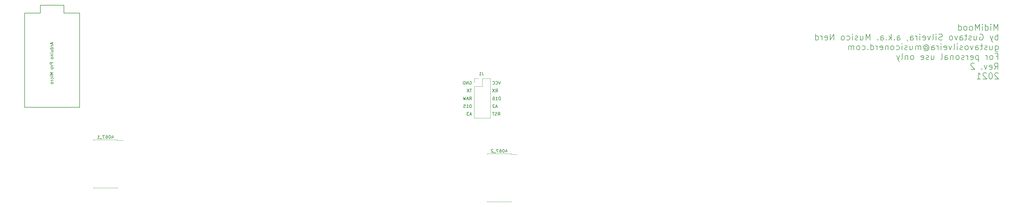
<source format=gbr>
%TF.GenerationSoftware,KiCad,Pcbnew,(5.1.7-0-10_14)*%
%TF.CreationDate,2021-05-20T13:51:09-03:00*%
%TF.ProjectId,MiniMood (tht),4d696e69-4d6f-46f6-9420-28746874292e,1*%
%TF.SameCoordinates,Original*%
%TF.FileFunction,Legend,Bot*%
%TF.FilePolarity,Positive*%
%FSLAX46Y46*%
G04 Gerber Fmt 4.6, Leading zero omitted, Abs format (unit mm)*
G04 Created by KiCad (PCBNEW (5.1.7-0-10_14)) date 2021-05-20 13:51:09*
%MOMM*%
%LPD*%
G01*
G04 APERTURE LIST*
%ADD10C,0.120000*%
%ADD11C,0.150000*%
G04 APERTURE END LIST*
D10*
X262000000Y-54100000D02*
X262000000Y-43900000D01*
X267200000Y-54100000D02*
X262000000Y-54100000D01*
X267200000Y-41300000D02*
X267200000Y-54100000D01*
X264600000Y-41300000D02*
X267200000Y-41300000D01*
X264600000Y-43900000D02*
X264600000Y-41300000D01*
X262000000Y-43900000D02*
X264600000Y-43900000D01*
X262000000Y-41300000D02*
X263400000Y-41300000D01*
X262000000Y-42600000D02*
X262000000Y-41300000D01*
D11*
X269362857Y-50476666D02*
X268886667Y-50476666D01*
X269458095Y-50762380D02*
X269124762Y-49762380D01*
X268791429Y-50762380D01*
X268505714Y-49857619D02*
X268458095Y-49810000D01*
X268362857Y-49762380D01*
X268124762Y-49762380D01*
X268029524Y-49810000D01*
X267981905Y-49857619D01*
X267934286Y-49952857D01*
X267934286Y-50048095D01*
X267981905Y-50190952D01*
X268553333Y-50762380D01*
X267934286Y-50762380D01*
X268886666Y-45742380D02*
X269220000Y-45266190D01*
X269458095Y-45742380D02*
X269458095Y-44742380D01*
X269077142Y-44742380D01*
X268981904Y-44790000D01*
X268934285Y-44837619D01*
X268886666Y-44932857D01*
X268886666Y-45075714D01*
X268934285Y-45170952D01*
X268981904Y-45218571D01*
X269077142Y-45266190D01*
X269458095Y-45266190D01*
X268553333Y-44742380D02*
X267886666Y-45742380D01*
X267886666Y-44742380D02*
X268553333Y-45742380D01*
X269648572Y-53272380D02*
X269981905Y-52796190D01*
X270220000Y-53272380D02*
X270220000Y-52272380D01*
X269839048Y-52272380D01*
X269743810Y-52320000D01*
X269696191Y-52367619D01*
X269648572Y-52462857D01*
X269648572Y-52605714D01*
X269696191Y-52700952D01*
X269743810Y-52748571D01*
X269839048Y-52796190D01*
X270220000Y-52796190D01*
X269267619Y-53224761D02*
X269124762Y-53272380D01*
X268886667Y-53272380D01*
X268791429Y-53224761D01*
X268743810Y-53177142D01*
X268696191Y-53081904D01*
X268696191Y-52986666D01*
X268743810Y-52891428D01*
X268791429Y-52843809D01*
X268886667Y-52796190D01*
X269077143Y-52748571D01*
X269172381Y-52700952D01*
X269220000Y-52653333D01*
X269267619Y-52558095D01*
X269267619Y-52462857D01*
X269220000Y-52367619D01*
X269172381Y-52320000D01*
X269077143Y-52272380D01*
X268839048Y-52272380D01*
X268696191Y-52320000D01*
X268410476Y-52272380D02*
X267839048Y-52272380D01*
X268124762Y-53272380D02*
X268124762Y-52272380D01*
X270505714Y-42232380D02*
X270172381Y-43232380D01*
X269839047Y-42232380D01*
X268934285Y-43137142D02*
X268981904Y-43184761D01*
X269124761Y-43232380D01*
X269220000Y-43232380D01*
X269362857Y-43184761D01*
X269458095Y-43089523D01*
X269505714Y-42994285D01*
X269553333Y-42803809D01*
X269553333Y-42660952D01*
X269505714Y-42470476D01*
X269458095Y-42375238D01*
X269362857Y-42280000D01*
X269220000Y-42232380D01*
X269124761Y-42232380D01*
X268981904Y-42280000D01*
X268934285Y-42327619D01*
X267934285Y-43137142D02*
X267981904Y-43184761D01*
X268124761Y-43232380D01*
X268220000Y-43232380D01*
X268362857Y-43184761D01*
X268458095Y-43089523D01*
X268505714Y-42994285D01*
X268553333Y-42803809D01*
X268553333Y-42660952D01*
X268505714Y-42470476D01*
X268458095Y-42375238D01*
X268362857Y-42280000D01*
X268220000Y-42232380D01*
X268124761Y-42232380D01*
X267981904Y-42280000D01*
X267934285Y-42327619D01*
X270410476Y-48252380D02*
X270410476Y-47252380D01*
X270172381Y-47252380D01*
X270029524Y-47300000D01*
X269934286Y-47395238D01*
X269886667Y-47490476D01*
X269839048Y-47680952D01*
X269839048Y-47823809D01*
X269886667Y-48014285D01*
X269934286Y-48109523D01*
X270029524Y-48204761D01*
X270172381Y-48252380D01*
X270410476Y-48252380D01*
X268886667Y-48252380D02*
X269458095Y-48252380D01*
X269172381Y-48252380D02*
X269172381Y-47252380D01*
X269267619Y-47395238D01*
X269362857Y-47490476D01*
X269458095Y-47538095D01*
X268029524Y-47252380D02*
X268220000Y-47252380D01*
X268315238Y-47300000D01*
X268362857Y-47347619D01*
X268458095Y-47490476D01*
X268505714Y-47680952D01*
X268505714Y-48061904D01*
X268458095Y-48157142D01*
X268410476Y-48204761D01*
X268315238Y-48252380D01*
X268124762Y-48252380D01*
X268029524Y-48204761D01*
X267981905Y-48157142D01*
X267934286Y-48061904D01*
X267934286Y-47823809D01*
X267981905Y-47728571D01*
X268029524Y-47680952D01*
X268124762Y-47633333D01*
X268315238Y-47633333D01*
X268410476Y-47680952D01*
X268458095Y-47728571D01*
X268505714Y-47823809D01*
X261053333Y-52986666D02*
X260577143Y-52986666D01*
X261148571Y-53272380D02*
X260815238Y-52272380D01*
X260481905Y-53272380D01*
X260243809Y-52272380D02*
X259624762Y-52272380D01*
X259958095Y-52653333D01*
X259815238Y-52653333D01*
X259720000Y-52700952D01*
X259672381Y-52748571D01*
X259624762Y-52843809D01*
X259624762Y-53081904D01*
X259672381Y-53177142D01*
X259720000Y-53224761D01*
X259815238Y-53272380D01*
X260100952Y-53272380D01*
X260196190Y-53224761D01*
X260243809Y-53177142D01*
X261005714Y-50762380D02*
X261005714Y-49762380D01*
X260767619Y-49762380D01*
X260624762Y-49810000D01*
X260529524Y-49905238D01*
X260481905Y-50000476D01*
X260434286Y-50190952D01*
X260434286Y-50333809D01*
X260481905Y-50524285D01*
X260529524Y-50619523D01*
X260624762Y-50714761D01*
X260767619Y-50762380D01*
X261005714Y-50762380D01*
X259481905Y-50762380D02*
X260053333Y-50762380D01*
X259767619Y-50762380D02*
X259767619Y-49762380D01*
X259862857Y-49905238D01*
X259958095Y-50000476D01*
X260053333Y-50048095D01*
X258577143Y-49762380D02*
X259053333Y-49762380D01*
X259100952Y-50238571D01*
X259053333Y-50190952D01*
X258958095Y-50143333D01*
X258720000Y-50143333D01*
X258624762Y-50190952D01*
X258577143Y-50238571D01*
X258529524Y-50333809D01*
X258529524Y-50571904D01*
X258577143Y-50667142D01*
X258624762Y-50714761D01*
X258720000Y-50762380D01*
X258958095Y-50762380D01*
X259053333Y-50714761D01*
X259100952Y-50667142D01*
X260434286Y-48252380D02*
X260767619Y-47776190D01*
X261005714Y-48252380D02*
X261005714Y-47252380D01*
X260624762Y-47252380D01*
X260529524Y-47300000D01*
X260481905Y-47347619D01*
X260434286Y-47442857D01*
X260434286Y-47585714D01*
X260481905Y-47680952D01*
X260529524Y-47728571D01*
X260624762Y-47776190D01*
X261005714Y-47776190D01*
X260053333Y-47966666D02*
X259577143Y-47966666D01*
X260148571Y-48252380D02*
X259815238Y-47252380D01*
X259481905Y-48252380D01*
X259243810Y-47252380D02*
X259005714Y-48252380D01*
X258815238Y-47538095D01*
X258624762Y-48252380D01*
X258386667Y-47252380D01*
X261148571Y-44742380D02*
X260577143Y-44742380D01*
X260862857Y-45742380D02*
X260862857Y-44742380D01*
X260339047Y-44742380D02*
X259672381Y-45742380D01*
X259672381Y-44742380D02*
X260339047Y-45742380D01*
X260481904Y-42280000D02*
X260577142Y-42232380D01*
X260720000Y-42232380D01*
X260862857Y-42280000D01*
X260958095Y-42375238D01*
X261005714Y-42470476D01*
X261053333Y-42660952D01*
X261053333Y-42803809D01*
X261005714Y-42994285D01*
X260958095Y-43089523D01*
X260862857Y-43184761D01*
X260720000Y-43232380D01*
X260624761Y-43232380D01*
X260481904Y-43184761D01*
X260434285Y-43137142D01*
X260434285Y-42803809D01*
X260624761Y-42803809D01*
X260005714Y-43232380D02*
X260005714Y-42232380D01*
X259434285Y-43232380D01*
X259434285Y-42232380D01*
X258958095Y-43232380D02*
X258958095Y-42232380D01*
X258720000Y-42232380D01*
X258577142Y-42280000D01*
X258481904Y-42375238D01*
X258434285Y-42470476D01*
X258386666Y-42660952D01*
X258386666Y-42803809D01*
X258434285Y-42994285D01*
X258481904Y-43089523D01*
X258577142Y-43184761D01*
X258720000Y-43232380D01*
X258958095Y-43232380D01*
X431246309Y-25749761D02*
X431246309Y-23749761D01*
X430579642Y-25178333D01*
X429912976Y-23749761D01*
X429912976Y-25749761D01*
X428960595Y-25749761D02*
X428960595Y-24416428D01*
X428960595Y-23749761D02*
X429055833Y-23845000D01*
X428960595Y-23940238D01*
X428865357Y-23845000D01*
X428960595Y-23749761D01*
X428960595Y-23940238D01*
X427151071Y-25749761D02*
X427151071Y-23749761D01*
X427151071Y-25654523D02*
X427341547Y-25749761D01*
X427722500Y-25749761D01*
X427912976Y-25654523D01*
X428008214Y-25559285D01*
X428103452Y-25368809D01*
X428103452Y-24797380D01*
X428008214Y-24606904D01*
X427912976Y-24511666D01*
X427722500Y-24416428D01*
X427341547Y-24416428D01*
X427151071Y-24511666D01*
X426198690Y-25749761D02*
X426198690Y-24416428D01*
X426198690Y-23749761D02*
X426293928Y-23845000D01*
X426198690Y-23940238D01*
X426103452Y-23845000D01*
X426198690Y-23749761D01*
X426198690Y-23940238D01*
X425246309Y-25749761D02*
X425246309Y-23749761D01*
X424579642Y-25178333D01*
X423912976Y-23749761D01*
X423912976Y-25749761D01*
X422674880Y-25749761D02*
X422865357Y-25654523D01*
X422960595Y-25559285D01*
X423055833Y-25368809D01*
X423055833Y-24797380D01*
X422960595Y-24606904D01*
X422865357Y-24511666D01*
X422674880Y-24416428D01*
X422389166Y-24416428D01*
X422198690Y-24511666D01*
X422103452Y-24606904D01*
X422008214Y-24797380D01*
X422008214Y-25368809D01*
X422103452Y-25559285D01*
X422198690Y-25654523D01*
X422389166Y-25749761D01*
X422674880Y-25749761D01*
X420865357Y-25749761D02*
X421055833Y-25654523D01*
X421151071Y-25559285D01*
X421246309Y-25368809D01*
X421246309Y-24797380D01*
X421151071Y-24606904D01*
X421055833Y-24511666D01*
X420865357Y-24416428D01*
X420579642Y-24416428D01*
X420389166Y-24511666D01*
X420293928Y-24606904D01*
X420198690Y-24797380D01*
X420198690Y-25368809D01*
X420293928Y-25559285D01*
X420389166Y-25654523D01*
X420579642Y-25749761D01*
X420865357Y-25749761D01*
X418484404Y-25749761D02*
X418484404Y-23749761D01*
X418484404Y-25654523D02*
X418674880Y-25749761D01*
X419055833Y-25749761D01*
X419246309Y-25654523D01*
X419341547Y-25559285D01*
X419436785Y-25368809D01*
X419436785Y-24797380D01*
X419341547Y-24606904D01*
X419246309Y-24511666D01*
X419055833Y-24416428D01*
X418674880Y-24416428D01*
X418484404Y-24511666D01*
X431246309Y-28899761D02*
X431246309Y-26899761D01*
X431246309Y-27661666D02*
X431055833Y-27566428D01*
X430674880Y-27566428D01*
X430484404Y-27661666D01*
X430389166Y-27756904D01*
X430293928Y-27947380D01*
X430293928Y-28518809D01*
X430389166Y-28709285D01*
X430484404Y-28804523D01*
X430674880Y-28899761D01*
X431055833Y-28899761D01*
X431246309Y-28804523D01*
X429627261Y-27566428D02*
X429151071Y-28899761D01*
X428674880Y-27566428D02*
X429151071Y-28899761D01*
X429341547Y-29375952D01*
X429436785Y-29471190D01*
X429627261Y-29566428D01*
X425341547Y-26995000D02*
X425532023Y-26899761D01*
X425817738Y-26899761D01*
X426103452Y-26995000D01*
X426293928Y-27185476D01*
X426389166Y-27375952D01*
X426484404Y-27756904D01*
X426484404Y-28042619D01*
X426389166Y-28423571D01*
X426293928Y-28614047D01*
X426103452Y-28804523D01*
X425817738Y-28899761D01*
X425627261Y-28899761D01*
X425341547Y-28804523D01*
X425246309Y-28709285D01*
X425246309Y-28042619D01*
X425627261Y-28042619D01*
X423532023Y-27566428D02*
X423532023Y-28899761D01*
X424389166Y-27566428D02*
X424389166Y-28614047D01*
X424293928Y-28804523D01*
X424103452Y-28899761D01*
X423817738Y-28899761D01*
X423627261Y-28804523D01*
X423532023Y-28709285D01*
X422674880Y-28804523D02*
X422484404Y-28899761D01*
X422103452Y-28899761D01*
X421912976Y-28804523D01*
X421817738Y-28614047D01*
X421817738Y-28518809D01*
X421912976Y-28328333D01*
X422103452Y-28233095D01*
X422389166Y-28233095D01*
X422579642Y-28137857D01*
X422674880Y-27947380D01*
X422674880Y-27852142D01*
X422579642Y-27661666D01*
X422389166Y-27566428D01*
X422103452Y-27566428D01*
X421912976Y-27661666D01*
X421246309Y-27566428D02*
X420484404Y-27566428D01*
X420960595Y-26899761D02*
X420960595Y-28614047D01*
X420865357Y-28804523D01*
X420674880Y-28899761D01*
X420484404Y-28899761D01*
X418960595Y-28899761D02*
X418960595Y-27852142D01*
X419055833Y-27661666D01*
X419246309Y-27566428D01*
X419627261Y-27566428D01*
X419817738Y-27661666D01*
X418960595Y-28804523D02*
X419151071Y-28899761D01*
X419627261Y-28899761D01*
X419817738Y-28804523D01*
X419912976Y-28614047D01*
X419912976Y-28423571D01*
X419817738Y-28233095D01*
X419627261Y-28137857D01*
X419151071Y-28137857D01*
X418960595Y-28042619D01*
X418198690Y-27566428D02*
X417722500Y-28899761D01*
X417246309Y-27566428D01*
X416198690Y-28899761D02*
X416389166Y-28804523D01*
X416484404Y-28709285D01*
X416579642Y-28518809D01*
X416579642Y-27947380D01*
X416484404Y-27756904D01*
X416389166Y-27661666D01*
X416198690Y-27566428D01*
X415912976Y-27566428D01*
X415722500Y-27661666D01*
X415627261Y-27756904D01*
X415532023Y-27947380D01*
X415532023Y-28518809D01*
X415627261Y-28709285D01*
X415722500Y-28804523D01*
X415912976Y-28899761D01*
X416198690Y-28899761D01*
X413246309Y-28804523D02*
X412960595Y-28899761D01*
X412484404Y-28899761D01*
X412293928Y-28804523D01*
X412198690Y-28709285D01*
X412103452Y-28518809D01*
X412103452Y-28328333D01*
X412198690Y-28137857D01*
X412293928Y-28042619D01*
X412484404Y-27947380D01*
X412865357Y-27852142D01*
X413055833Y-27756904D01*
X413151071Y-27661666D01*
X413246309Y-27471190D01*
X413246309Y-27280714D01*
X413151071Y-27090238D01*
X413055833Y-26995000D01*
X412865357Y-26899761D01*
X412389166Y-26899761D01*
X412103452Y-26995000D01*
X411246309Y-28899761D02*
X411246309Y-27566428D01*
X411246309Y-26899761D02*
X411341547Y-26995000D01*
X411246309Y-27090238D01*
X411151071Y-26995000D01*
X411246309Y-26899761D01*
X411246309Y-27090238D01*
X410008214Y-28899761D02*
X410198690Y-28804523D01*
X410293928Y-28614047D01*
X410293928Y-26899761D01*
X409436785Y-27566428D02*
X408960595Y-28899761D01*
X408484404Y-27566428D01*
X406960595Y-28804523D02*
X407151071Y-28899761D01*
X407532023Y-28899761D01*
X407722500Y-28804523D01*
X407817738Y-28614047D01*
X407817738Y-27852142D01*
X407722500Y-27661666D01*
X407532023Y-27566428D01*
X407151071Y-27566428D01*
X406960595Y-27661666D01*
X406865357Y-27852142D01*
X406865357Y-28042619D01*
X407817738Y-28233095D01*
X406008214Y-28899761D02*
X406008214Y-27566428D01*
X406008214Y-26899761D02*
X406103452Y-26995000D01*
X406008214Y-27090238D01*
X405912976Y-26995000D01*
X406008214Y-26899761D01*
X406008214Y-27090238D01*
X405055833Y-28899761D02*
X405055833Y-27566428D01*
X405055833Y-27947380D02*
X404960595Y-27756904D01*
X404865357Y-27661666D01*
X404674880Y-27566428D01*
X404484404Y-27566428D01*
X402960595Y-28899761D02*
X402960595Y-27852142D01*
X403055833Y-27661666D01*
X403246309Y-27566428D01*
X403627261Y-27566428D01*
X403817738Y-27661666D01*
X402960595Y-28804523D02*
X403151071Y-28899761D01*
X403627261Y-28899761D01*
X403817738Y-28804523D01*
X403912976Y-28614047D01*
X403912976Y-28423571D01*
X403817738Y-28233095D01*
X403627261Y-28137857D01*
X403151071Y-28137857D01*
X402960595Y-28042619D01*
X401912976Y-28804523D02*
X401912976Y-28899761D01*
X402008214Y-29090238D01*
X402103452Y-29185476D01*
X398674880Y-28899761D02*
X398674880Y-27852142D01*
X398770119Y-27661666D01*
X398960595Y-27566428D01*
X399341547Y-27566428D01*
X399532023Y-27661666D01*
X398674880Y-28804523D02*
X398865357Y-28899761D01*
X399341547Y-28899761D01*
X399532023Y-28804523D01*
X399627261Y-28614047D01*
X399627261Y-28423571D01*
X399532023Y-28233095D01*
X399341547Y-28137857D01*
X398865357Y-28137857D01*
X398674880Y-28042619D01*
X397722500Y-28709285D02*
X397627261Y-28804523D01*
X397722500Y-28899761D01*
X397817738Y-28804523D01*
X397722500Y-28709285D01*
X397722500Y-28899761D01*
X396770119Y-28899761D02*
X396770119Y-26899761D01*
X396579642Y-28137857D02*
X396008214Y-28899761D01*
X396008214Y-27566428D02*
X396770119Y-28328333D01*
X395151071Y-28709285D02*
X395055833Y-28804523D01*
X395151071Y-28899761D01*
X395246309Y-28804523D01*
X395151071Y-28709285D01*
X395151071Y-28899761D01*
X393341547Y-28899761D02*
X393341547Y-27852142D01*
X393436785Y-27661666D01*
X393627261Y-27566428D01*
X394008214Y-27566428D01*
X394198690Y-27661666D01*
X393341547Y-28804523D02*
X393532023Y-28899761D01*
X394008214Y-28899761D01*
X394198690Y-28804523D01*
X394293928Y-28614047D01*
X394293928Y-28423571D01*
X394198690Y-28233095D01*
X394008214Y-28137857D01*
X393532023Y-28137857D01*
X393341547Y-28042619D01*
X392389166Y-28709285D02*
X392293928Y-28804523D01*
X392389166Y-28899761D01*
X392484404Y-28804523D01*
X392389166Y-28709285D01*
X392389166Y-28899761D01*
X389912976Y-28899761D02*
X389912976Y-26899761D01*
X389246309Y-28328333D01*
X388579642Y-26899761D01*
X388579642Y-28899761D01*
X386770119Y-27566428D02*
X386770119Y-28899761D01*
X387627261Y-27566428D02*
X387627261Y-28614047D01*
X387532023Y-28804523D01*
X387341547Y-28899761D01*
X387055833Y-28899761D01*
X386865357Y-28804523D01*
X386770119Y-28709285D01*
X385912976Y-28804523D02*
X385722500Y-28899761D01*
X385341547Y-28899761D01*
X385151071Y-28804523D01*
X385055833Y-28614047D01*
X385055833Y-28518809D01*
X385151071Y-28328333D01*
X385341547Y-28233095D01*
X385627261Y-28233095D01*
X385817738Y-28137857D01*
X385912976Y-27947380D01*
X385912976Y-27852142D01*
X385817738Y-27661666D01*
X385627261Y-27566428D01*
X385341547Y-27566428D01*
X385151071Y-27661666D01*
X384198690Y-28899761D02*
X384198690Y-27566428D01*
X384198690Y-26899761D02*
X384293928Y-26995000D01*
X384198690Y-27090238D01*
X384103452Y-26995000D01*
X384198690Y-26899761D01*
X384198690Y-27090238D01*
X382389166Y-28804523D02*
X382579642Y-28899761D01*
X382960595Y-28899761D01*
X383151071Y-28804523D01*
X383246309Y-28709285D01*
X383341547Y-28518809D01*
X383341547Y-27947380D01*
X383246309Y-27756904D01*
X383151071Y-27661666D01*
X382960595Y-27566428D01*
X382579642Y-27566428D01*
X382389166Y-27661666D01*
X381246309Y-28899761D02*
X381436785Y-28804523D01*
X381532023Y-28709285D01*
X381627261Y-28518809D01*
X381627261Y-27947380D01*
X381532023Y-27756904D01*
X381436785Y-27661666D01*
X381246309Y-27566428D01*
X380960595Y-27566428D01*
X380770119Y-27661666D01*
X380674880Y-27756904D01*
X380579642Y-27947380D01*
X380579642Y-28518809D01*
X380674880Y-28709285D01*
X380770119Y-28804523D01*
X380960595Y-28899761D01*
X381246309Y-28899761D01*
X378198690Y-28899761D02*
X378198690Y-26899761D01*
X377055833Y-28899761D01*
X377055833Y-26899761D01*
X375341547Y-28804523D02*
X375532023Y-28899761D01*
X375912976Y-28899761D01*
X376103452Y-28804523D01*
X376198690Y-28614047D01*
X376198690Y-27852142D01*
X376103452Y-27661666D01*
X375912976Y-27566428D01*
X375532023Y-27566428D01*
X375341547Y-27661666D01*
X375246309Y-27852142D01*
X375246309Y-28042619D01*
X376198690Y-28233095D01*
X374389166Y-28899761D02*
X374389166Y-27566428D01*
X374389166Y-27947380D02*
X374293928Y-27756904D01*
X374198690Y-27661666D01*
X374008214Y-27566428D01*
X373817738Y-27566428D01*
X372293928Y-28899761D02*
X372293928Y-26899761D01*
X372293928Y-28804523D02*
X372484404Y-28899761D01*
X372865357Y-28899761D01*
X373055833Y-28804523D01*
X373151071Y-28709285D01*
X373246309Y-28518809D01*
X373246309Y-27947380D01*
X373151071Y-27756904D01*
X373055833Y-27661666D01*
X372865357Y-27566428D01*
X372484404Y-27566428D01*
X372293928Y-27661666D01*
X430389166Y-30716428D02*
X430389166Y-32335476D01*
X430484404Y-32525952D01*
X430579642Y-32621190D01*
X430770119Y-32716428D01*
X431055833Y-32716428D01*
X431246309Y-32621190D01*
X430389166Y-31954523D02*
X430579642Y-32049761D01*
X430960595Y-32049761D01*
X431151071Y-31954523D01*
X431246309Y-31859285D01*
X431341547Y-31668809D01*
X431341547Y-31097380D01*
X431246309Y-30906904D01*
X431151071Y-30811666D01*
X430960595Y-30716428D01*
X430579642Y-30716428D01*
X430389166Y-30811666D01*
X428579642Y-30716428D02*
X428579642Y-32049761D01*
X429436785Y-30716428D02*
X429436785Y-31764047D01*
X429341547Y-31954523D01*
X429151071Y-32049761D01*
X428865357Y-32049761D01*
X428674880Y-31954523D01*
X428579642Y-31859285D01*
X427722500Y-31954523D02*
X427532023Y-32049761D01*
X427151071Y-32049761D01*
X426960595Y-31954523D01*
X426865357Y-31764047D01*
X426865357Y-31668809D01*
X426960595Y-31478333D01*
X427151071Y-31383095D01*
X427436785Y-31383095D01*
X427627261Y-31287857D01*
X427722500Y-31097380D01*
X427722500Y-31002142D01*
X427627261Y-30811666D01*
X427436785Y-30716428D01*
X427151071Y-30716428D01*
X426960595Y-30811666D01*
X426293928Y-30716428D02*
X425532023Y-30716428D01*
X426008214Y-30049761D02*
X426008214Y-31764047D01*
X425912976Y-31954523D01*
X425722500Y-32049761D01*
X425532023Y-32049761D01*
X424008214Y-32049761D02*
X424008214Y-31002142D01*
X424103452Y-30811666D01*
X424293928Y-30716428D01*
X424674880Y-30716428D01*
X424865357Y-30811666D01*
X424008214Y-31954523D02*
X424198690Y-32049761D01*
X424674880Y-32049761D01*
X424865357Y-31954523D01*
X424960595Y-31764047D01*
X424960595Y-31573571D01*
X424865357Y-31383095D01*
X424674880Y-31287857D01*
X424198690Y-31287857D01*
X424008214Y-31192619D01*
X423246309Y-30716428D02*
X422770119Y-32049761D01*
X422293928Y-30716428D01*
X421246309Y-32049761D02*
X421436785Y-31954523D01*
X421532023Y-31859285D01*
X421627261Y-31668809D01*
X421627261Y-31097380D01*
X421532023Y-30906904D01*
X421436785Y-30811666D01*
X421246309Y-30716428D01*
X420960595Y-30716428D01*
X420770119Y-30811666D01*
X420674880Y-30906904D01*
X420579642Y-31097380D01*
X420579642Y-31668809D01*
X420674880Y-31859285D01*
X420770119Y-31954523D01*
X420960595Y-32049761D01*
X421246309Y-32049761D01*
X419817738Y-31954523D02*
X419627261Y-32049761D01*
X419246309Y-32049761D01*
X419055833Y-31954523D01*
X418960595Y-31764047D01*
X418960595Y-31668809D01*
X419055833Y-31478333D01*
X419246309Y-31383095D01*
X419532023Y-31383095D01*
X419722500Y-31287857D01*
X419817738Y-31097380D01*
X419817738Y-31002142D01*
X419722500Y-30811666D01*
X419532023Y-30716428D01*
X419246309Y-30716428D01*
X419055833Y-30811666D01*
X418103452Y-32049761D02*
X418103452Y-30716428D01*
X418103452Y-30049761D02*
X418198690Y-30145000D01*
X418103452Y-30240238D01*
X418008214Y-30145000D01*
X418103452Y-30049761D01*
X418103452Y-30240238D01*
X416865357Y-32049761D02*
X417055833Y-31954523D01*
X417151071Y-31764047D01*
X417151071Y-30049761D01*
X416293928Y-30716428D02*
X415817738Y-32049761D01*
X415341547Y-30716428D01*
X413817738Y-31954523D02*
X414008214Y-32049761D01*
X414389166Y-32049761D01*
X414579642Y-31954523D01*
X414674880Y-31764047D01*
X414674880Y-31002142D01*
X414579642Y-30811666D01*
X414389166Y-30716428D01*
X414008214Y-30716428D01*
X413817738Y-30811666D01*
X413722500Y-31002142D01*
X413722500Y-31192619D01*
X414674880Y-31383095D01*
X412865357Y-32049761D02*
X412865357Y-30716428D01*
X412865357Y-30049761D02*
X412960595Y-30145000D01*
X412865357Y-30240238D01*
X412770119Y-30145000D01*
X412865357Y-30049761D01*
X412865357Y-30240238D01*
X411912976Y-32049761D02*
X411912976Y-30716428D01*
X411912976Y-31097380D02*
X411817738Y-30906904D01*
X411722500Y-30811666D01*
X411532023Y-30716428D01*
X411341547Y-30716428D01*
X409817738Y-32049761D02*
X409817738Y-31002142D01*
X409912976Y-30811666D01*
X410103452Y-30716428D01*
X410484404Y-30716428D01*
X410674880Y-30811666D01*
X409817738Y-31954523D02*
X410008214Y-32049761D01*
X410484404Y-32049761D01*
X410674880Y-31954523D01*
X410770119Y-31764047D01*
X410770119Y-31573571D01*
X410674880Y-31383095D01*
X410484404Y-31287857D01*
X410008214Y-31287857D01*
X409817738Y-31192619D01*
X407627261Y-31097380D02*
X407722500Y-31002142D01*
X407912976Y-30906904D01*
X408103452Y-30906904D01*
X408293928Y-31002142D01*
X408389166Y-31097380D01*
X408484404Y-31287857D01*
X408484404Y-31478333D01*
X408389166Y-31668809D01*
X408293928Y-31764047D01*
X408103452Y-31859285D01*
X407912976Y-31859285D01*
X407722500Y-31764047D01*
X407627261Y-31668809D01*
X407627261Y-30906904D02*
X407627261Y-31668809D01*
X407532023Y-31764047D01*
X407436785Y-31764047D01*
X407246309Y-31668809D01*
X407151071Y-31478333D01*
X407151071Y-31002142D01*
X407341547Y-30716428D01*
X407627261Y-30525952D01*
X408008214Y-30430714D01*
X408389166Y-30525952D01*
X408674880Y-30716428D01*
X408865357Y-31002142D01*
X408960595Y-31383095D01*
X408865357Y-31764047D01*
X408674880Y-32049761D01*
X408389166Y-32240238D01*
X408008214Y-32335476D01*
X407627261Y-32240238D01*
X407341547Y-32049761D01*
X406293928Y-32049761D02*
X406293928Y-30716428D01*
X406293928Y-30906904D02*
X406198690Y-30811666D01*
X406008214Y-30716428D01*
X405722500Y-30716428D01*
X405532023Y-30811666D01*
X405436785Y-31002142D01*
X405436785Y-32049761D01*
X405436785Y-31002142D02*
X405341547Y-30811666D01*
X405151071Y-30716428D01*
X404865357Y-30716428D01*
X404674880Y-30811666D01*
X404579642Y-31002142D01*
X404579642Y-32049761D01*
X402770119Y-30716428D02*
X402770119Y-32049761D01*
X403627261Y-30716428D02*
X403627261Y-31764047D01*
X403532023Y-31954523D01*
X403341547Y-32049761D01*
X403055833Y-32049761D01*
X402865357Y-31954523D01*
X402770119Y-31859285D01*
X401912976Y-31954523D02*
X401722500Y-32049761D01*
X401341547Y-32049761D01*
X401151071Y-31954523D01*
X401055833Y-31764047D01*
X401055833Y-31668809D01*
X401151071Y-31478333D01*
X401341547Y-31383095D01*
X401627261Y-31383095D01*
X401817738Y-31287857D01*
X401912976Y-31097380D01*
X401912976Y-31002142D01*
X401817738Y-30811666D01*
X401627261Y-30716428D01*
X401341547Y-30716428D01*
X401151071Y-30811666D01*
X400198690Y-32049761D02*
X400198690Y-30716428D01*
X400198690Y-30049761D02*
X400293928Y-30145000D01*
X400198690Y-30240238D01*
X400103452Y-30145000D01*
X400198690Y-30049761D01*
X400198690Y-30240238D01*
X398389166Y-31954523D02*
X398579642Y-32049761D01*
X398960595Y-32049761D01*
X399151071Y-31954523D01*
X399246309Y-31859285D01*
X399341547Y-31668809D01*
X399341547Y-31097380D01*
X399246309Y-30906904D01*
X399151071Y-30811666D01*
X398960595Y-30716428D01*
X398579642Y-30716428D01*
X398389166Y-30811666D01*
X397246309Y-32049761D02*
X397436785Y-31954523D01*
X397532023Y-31859285D01*
X397627261Y-31668809D01*
X397627261Y-31097380D01*
X397532023Y-30906904D01*
X397436785Y-30811666D01*
X397246309Y-30716428D01*
X396960595Y-30716428D01*
X396770119Y-30811666D01*
X396674880Y-30906904D01*
X396579642Y-31097380D01*
X396579642Y-31668809D01*
X396674880Y-31859285D01*
X396770119Y-31954523D01*
X396960595Y-32049761D01*
X397246309Y-32049761D01*
X395722500Y-30716428D02*
X395722500Y-32049761D01*
X395722500Y-30906904D02*
X395627261Y-30811666D01*
X395436785Y-30716428D01*
X395151071Y-30716428D01*
X394960595Y-30811666D01*
X394865357Y-31002142D01*
X394865357Y-32049761D01*
X393151071Y-31954523D02*
X393341547Y-32049761D01*
X393722500Y-32049761D01*
X393912976Y-31954523D01*
X394008214Y-31764047D01*
X394008214Y-31002142D01*
X393912976Y-30811666D01*
X393722500Y-30716428D01*
X393341547Y-30716428D01*
X393151071Y-30811666D01*
X393055833Y-31002142D01*
X393055833Y-31192619D01*
X394008214Y-31383095D01*
X392198690Y-32049761D02*
X392198690Y-30716428D01*
X392198690Y-31097380D02*
X392103452Y-30906904D01*
X392008214Y-30811666D01*
X391817738Y-30716428D01*
X391627261Y-30716428D01*
X390103452Y-32049761D02*
X390103452Y-30049761D01*
X390103452Y-31954523D02*
X390293928Y-32049761D01*
X390674880Y-32049761D01*
X390865357Y-31954523D01*
X390960595Y-31859285D01*
X391055833Y-31668809D01*
X391055833Y-31097380D01*
X390960595Y-30906904D01*
X390865357Y-30811666D01*
X390674880Y-30716428D01*
X390293928Y-30716428D01*
X390103452Y-30811666D01*
X389151071Y-31859285D02*
X389055833Y-31954523D01*
X389151071Y-32049761D01*
X389246309Y-31954523D01*
X389151071Y-31859285D01*
X389151071Y-32049761D01*
X387341547Y-31954523D02*
X387532023Y-32049761D01*
X387912976Y-32049761D01*
X388103452Y-31954523D01*
X388198690Y-31859285D01*
X388293928Y-31668809D01*
X388293928Y-31097380D01*
X388198690Y-30906904D01*
X388103452Y-30811666D01*
X387912976Y-30716428D01*
X387532023Y-30716428D01*
X387341547Y-30811666D01*
X386198690Y-32049761D02*
X386389166Y-31954523D01*
X386484404Y-31859285D01*
X386579642Y-31668809D01*
X386579642Y-31097380D01*
X386484404Y-30906904D01*
X386389166Y-30811666D01*
X386198690Y-30716428D01*
X385912976Y-30716428D01*
X385722500Y-30811666D01*
X385627261Y-30906904D01*
X385532023Y-31097380D01*
X385532023Y-31668809D01*
X385627261Y-31859285D01*
X385722500Y-31954523D01*
X385912976Y-32049761D01*
X386198690Y-32049761D01*
X384674880Y-32049761D02*
X384674880Y-30716428D01*
X384674880Y-30906904D02*
X384579642Y-30811666D01*
X384389166Y-30716428D01*
X384103452Y-30716428D01*
X383912976Y-30811666D01*
X383817738Y-31002142D01*
X383817738Y-32049761D01*
X383817738Y-31002142D02*
X383722500Y-30811666D01*
X383532023Y-30716428D01*
X383246309Y-30716428D01*
X383055833Y-30811666D01*
X382960595Y-31002142D01*
X382960595Y-32049761D01*
X430579642Y-34152142D02*
X431246309Y-34152142D01*
X431246309Y-35199761D02*
X431246309Y-33199761D01*
X430293928Y-33199761D01*
X429246309Y-35199761D02*
X429436785Y-35104523D01*
X429532023Y-35009285D01*
X429627261Y-34818809D01*
X429627261Y-34247380D01*
X429532023Y-34056904D01*
X429436785Y-33961666D01*
X429246309Y-33866428D01*
X428960595Y-33866428D01*
X428770119Y-33961666D01*
X428674880Y-34056904D01*
X428579642Y-34247380D01*
X428579642Y-34818809D01*
X428674880Y-35009285D01*
X428770119Y-35104523D01*
X428960595Y-35199761D01*
X429246309Y-35199761D01*
X427722500Y-35199761D02*
X427722500Y-33866428D01*
X427722500Y-34247380D02*
X427627261Y-34056904D01*
X427532023Y-33961666D01*
X427341547Y-33866428D01*
X427151071Y-33866428D01*
X424960595Y-33866428D02*
X424960595Y-35866428D01*
X424960595Y-33961666D02*
X424770119Y-33866428D01*
X424389166Y-33866428D01*
X424198690Y-33961666D01*
X424103452Y-34056904D01*
X424008214Y-34247380D01*
X424008214Y-34818809D01*
X424103452Y-35009285D01*
X424198690Y-35104523D01*
X424389166Y-35199761D01*
X424770119Y-35199761D01*
X424960595Y-35104523D01*
X422389166Y-35104523D02*
X422579642Y-35199761D01*
X422960595Y-35199761D01*
X423151071Y-35104523D01*
X423246309Y-34914047D01*
X423246309Y-34152142D01*
X423151071Y-33961666D01*
X422960595Y-33866428D01*
X422579642Y-33866428D01*
X422389166Y-33961666D01*
X422293928Y-34152142D01*
X422293928Y-34342619D01*
X423246309Y-34533095D01*
X421436785Y-35199761D02*
X421436785Y-33866428D01*
X421436785Y-34247380D02*
X421341547Y-34056904D01*
X421246309Y-33961666D01*
X421055833Y-33866428D01*
X420865357Y-33866428D01*
X420293928Y-35104523D02*
X420103452Y-35199761D01*
X419722500Y-35199761D01*
X419532023Y-35104523D01*
X419436785Y-34914047D01*
X419436785Y-34818809D01*
X419532023Y-34628333D01*
X419722500Y-34533095D01*
X420008214Y-34533095D01*
X420198690Y-34437857D01*
X420293928Y-34247380D01*
X420293928Y-34152142D01*
X420198690Y-33961666D01*
X420008214Y-33866428D01*
X419722500Y-33866428D01*
X419532023Y-33961666D01*
X418293928Y-35199761D02*
X418484404Y-35104523D01*
X418579642Y-35009285D01*
X418674880Y-34818809D01*
X418674880Y-34247380D01*
X418579642Y-34056904D01*
X418484404Y-33961666D01*
X418293928Y-33866428D01*
X418008214Y-33866428D01*
X417817738Y-33961666D01*
X417722500Y-34056904D01*
X417627261Y-34247380D01*
X417627261Y-34818809D01*
X417722500Y-35009285D01*
X417817738Y-35104523D01*
X418008214Y-35199761D01*
X418293928Y-35199761D01*
X416770119Y-33866428D02*
X416770119Y-35199761D01*
X416770119Y-34056904D02*
X416674880Y-33961666D01*
X416484404Y-33866428D01*
X416198690Y-33866428D01*
X416008214Y-33961666D01*
X415912976Y-34152142D01*
X415912976Y-35199761D01*
X414103452Y-35199761D02*
X414103452Y-34152142D01*
X414198690Y-33961666D01*
X414389166Y-33866428D01*
X414770119Y-33866428D01*
X414960595Y-33961666D01*
X414103452Y-35104523D02*
X414293928Y-35199761D01*
X414770119Y-35199761D01*
X414960595Y-35104523D01*
X415055833Y-34914047D01*
X415055833Y-34723571D01*
X414960595Y-34533095D01*
X414770119Y-34437857D01*
X414293928Y-34437857D01*
X414103452Y-34342619D01*
X412865357Y-35199761D02*
X413055833Y-35104523D01*
X413151071Y-34914047D01*
X413151071Y-33199761D01*
X409722500Y-33866428D02*
X409722500Y-35199761D01*
X410579642Y-33866428D02*
X410579642Y-34914047D01*
X410484404Y-35104523D01*
X410293928Y-35199761D01*
X410008214Y-35199761D01*
X409817738Y-35104523D01*
X409722500Y-35009285D01*
X408865357Y-35104523D02*
X408674880Y-35199761D01*
X408293928Y-35199761D01*
X408103452Y-35104523D01*
X408008214Y-34914047D01*
X408008214Y-34818809D01*
X408103452Y-34628333D01*
X408293928Y-34533095D01*
X408579642Y-34533095D01*
X408770119Y-34437857D01*
X408865357Y-34247380D01*
X408865357Y-34152142D01*
X408770119Y-33961666D01*
X408579642Y-33866428D01*
X408293928Y-33866428D01*
X408103452Y-33961666D01*
X406389166Y-35104523D02*
X406579642Y-35199761D01*
X406960595Y-35199761D01*
X407151071Y-35104523D01*
X407246309Y-34914047D01*
X407246309Y-34152142D01*
X407151071Y-33961666D01*
X406960595Y-33866428D01*
X406579642Y-33866428D01*
X406389166Y-33961666D01*
X406293928Y-34152142D01*
X406293928Y-34342619D01*
X407246309Y-34533095D01*
X403627261Y-35199761D02*
X403817738Y-35104523D01*
X403912976Y-35009285D01*
X404008214Y-34818809D01*
X404008214Y-34247380D01*
X403912976Y-34056904D01*
X403817738Y-33961666D01*
X403627261Y-33866428D01*
X403341547Y-33866428D01*
X403151071Y-33961666D01*
X403055833Y-34056904D01*
X402960595Y-34247380D01*
X402960595Y-34818809D01*
X403055833Y-35009285D01*
X403151071Y-35104523D01*
X403341547Y-35199761D01*
X403627261Y-35199761D01*
X402103452Y-33866428D02*
X402103452Y-35199761D01*
X402103452Y-34056904D02*
X402008214Y-33961666D01*
X401817738Y-33866428D01*
X401532023Y-33866428D01*
X401341547Y-33961666D01*
X401246309Y-34152142D01*
X401246309Y-35199761D01*
X400008214Y-35199761D02*
X400198690Y-35104523D01*
X400293928Y-34914047D01*
X400293928Y-33199761D01*
X399436785Y-33866428D02*
X398960595Y-35199761D01*
X398484404Y-33866428D02*
X398960595Y-35199761D01*
X399151071Y-35675952D01*
X399246309Y-35771190D01*
X399436785Y-35866428D01*
X430103452Y-38349761D02*
X430770119Y-37397380D01*
X431246309Y-38349761D02*
X431246309Y-36349761D01*
X430484404Y-36349761D01*
X430293928Y-36445000D01*
X430198690Y-36540238D01*
X430103452Y-36730714D01*
X430103452Y-37016428D01*
X430198690Y-37206904D01*
X430293928Y-37302142D01*
X430484404Y-37397380D01*
X431246309Y-37397380D01*
X428484404Y-38254523D02*
X428674880Y-38349761D01*
X429055833Y-38349761D01*
X429246309Y-38254523D01*
X429341547Y-38064047D01*
X429341547Y-37302142D01*
X429246309Y-37111666D01*
X429055833Y-37016428D01*
X428674880Y-37016428D01*
X428484404Y-37111666D01*
X428389166Y-37302142D01*
X428389166Y-37492619D01*
X429341547Y-37683095D01*
X427722500Y-37016428D02*
X427246309Y-38349761D01*
X426770119Y-37016428D01*
X426008214Y-38159285D02*
X425912976Y-38254523D01*
X426008214Y-38349761D01*
X426103452Y-38254523D01*
X426008214Y-38159285D01*
X426008214Y-38349761D01*
X423627261Y-36540238D02*
X423532023Y-36445000D01*
X423341547Y-36349761D01*
X422865357Y-36349761D01*
X422674880Y-36445000D01*
X422579642Y-36540238D01*
X422484404Y-36730714D01*
X422484404Y-36921190D01*
X422579642Y-37206904D01*
X423722500Y-38349761D01*
X422484404Y-38349761D01*
X431341547Y-39690238D02*
X431246309Y-39595000D01*
X431055833Y-39499761D01*
X430579642Y-39499761D01*
X430389166Y-39595000D01*
X430293928Y-39690238D01*
X430198690Y-39880714D01*
X430198690Y-40071190D01*
X430293928Y-40356904D01*
X431436785Y-41499761D01*
X430198690Y-41499761D01*
X428960595Y-39499761D02*
X428770119Y-39499761D01*
X428579642Y-39595000D01*
X428484404Y-39690238D01*
X428389166Y-39880714D01*
X428293928Y-40261666D01*
X428293928Y-40737857D01*
X428389166Y-41118809D01*
X428484404Y-41309285D01*
X428579642Y-41404523D01*
X428770119Y-41499761D01*
X428960595Y-41499761D01*
X429151071Y-41404523D01*
X429246309Y-41309285D01*
X429341547Y-41118809D01*
X429436785Y-40737857D01*
X429436785Y-40261666D01*
X429341547Y-39880714D01*
X429246309Y-39690238D01*
X429151071Y-39595000D01*
X428960595Y-39499761D01*
X427532023Y-39690238D02*
X427436785Y-39595000D01*
X427246309Y-39499761D01*
X426770119Y-39499761D01*
X426579642Y-39595000D01*
X426484404Y-39690238D01*
X426389166Y-39880714D01*
X426389166Y-40071190D01*
X426484404Y-40356904D01*
X427627261Y-41499761D01*
X426389166Y-41499761D01*
X424484404Y-41499761D02*
X425627261Y-41499761D01*
X425055833Y-41499761D02*
X425055833Y-39499761D01*
X425246309Y-39785476D01*
X425436785Y-39975952D01*
X425627261Y-40071190D01*
X125606666Y-29780952D02*
X125606666Y-30257142D01*
X125892380Y-29685714D02*
X124892380Y-30019047D01*
X125892380Y-30352380D01*
X125892380Y-30685714D02*
X125225714Y-30685714D01*
X125416190Y-30685714D02*
X125320952Y-30733333D01*
X125273333Y-30780952D01*
X125225714Y-30876190D01*
X125225714Y-30971428D01*
X125892380Y-31733333D02*
X124892380Y-31733333D01*
X125844761Y-31733333D02*
X125892380Y-31638095D01*
X125892380Y-31447619D01*
X125844761Y-31352380D01*
X125797142Y-31304761D01*
X125701904Y-31257142D01*
X125416190Y-31257142D01*
X125320952Y-31304761D01*
X125273333Y-31352380D01*
X125225714Y-31447619D01*
X125225714Y-31638095D01*
X125273333Y-31733333D01*
X125225714Y-32638095D02*
X125892380Y-32638095D01*
X125225714Y-32209523D02*
X125749523Y-32209523D01*
X125844761Y-32257142D01*
X125892380Y-32352380D01*
X125892380Y-32495238D01*
X125844761Y-32590476D01*
X125797142Y-32638095D01*
X125892380Y-33114285D02*
X125225714Y-33114285D01*
X124892380Y-33114285D02*
X124940000Y-33066666D01*
X124987619Y-33114285D01*
X124940000Y-33161904D01*
X124892380Y-33114285D01*
X124987619Y-33114285D01*
X125225714Y-33590476D02*
X125892380Y-33590476D01*
X125320952Y-33590476D02*
X125273333Y-33638095D01*
X125225714Y-33733333D01*
X125225714Y-33876190D01*
X125273333Y-33971428D01*
X125368571Y-34019047D01*
X125892380Y-34019047D01*
X125892380Y-34638095D02*
X125844761Y-34542857D01*
X125797142Y-34495238D01*
X125701904Y-34447619D01*
X125416190Y-34447619D01*
X125320952Y-34495238D01*
X125273333Y-34542857D01*
X125225714Y-34638095D01*
X125225714Y-34780952D01*
X125273333Y-34876190D01*
X125320952Y-34923809D01*
X125416190Y-34971428D01*
X125701904Y-34971428D01*
X125797142Y-34923809D01*
X125844761Y-34876190D01*
X125892380Y-34780952D01*
X125892380Y-34638095D01*
X125892380Y-36161904D02*
X124892380Y-36161904D01*
X124892380Y-36542857D01*
X124940000Y-36638095D01*
X124987619Y-36685714D01*
X125082857Y-36733333D01*
X125225714Y-36733333D01*
X125320952Y-36685714D01*
X125368571Y-36638095D01*
X125416190Y-36542857D01*
X125416190Y-36161904D01*
X125892380Y-37161904D02*
X125225714Y-37161904D01*
X125416190Y-37161904D02*
X125320952Y-37209523D01*
X125273333Y-37257142D01*
X125225714Y-37352380D01*
X125225714Y-37447619D01*
X125892380Y-37923809D02*
X125844761Y-37828571D01*
X125797142Y-37780952D01*
X125701904Y-37733333D01*
X125416190Y-37733333D01*
X125320952Y-37780952D01*
X125273333Y-37828571D01*
X125225714Y-37923809D01*
X125225714Y-38066666D01*
X125273333Y-38161904D01*
X125320952Y-38209523D01*
X125416190Y-38257142D01*
X125701904Y-38257142D01*
X125797142Y-38209523D01*
X125844761Y-38161904D01*
X125892380Y-38066666D01*
X125892380Y-37923809D01*
X125892380Y-39447619D02*
X124892380Y-39447619D01*
X125606666Y-39780952D01*
X124892380Y-40114285D01*
X125892380Y-40114285D01*
X125892380Y-40590476D02*
X125225714Y-40590476D01*
X124892380Y-40590476D02*
X124940000Y-40542857D01*
X124987619Y-40590476D01*
X124940000Y-40638095D01*
X124892380Y-40590476D01*
X124987619Y-40590476D01*
X125844761Y-41495238D02*
X125892380Y-41400000D01*
X125892380Y-41209523D01*
X125844761Y-41114285D01*
X125797142Y-41066666D01*
X125701904Y-41019047D01*
X125416190Y-41019047D01*
X125320952Y-41066666D01*
X125273333Y-41114285D01*
X125225714Y-41209523D01*
X125225714Y-41400000D01*
X125273333Y-41495238D01*
X125892380Y-41923809D02*
X125225714Y-41923809D01*
X125416190Y-41923809D02*
X125320952Y-41971428D01*
X125273333Y-42019047D01*
X125225714Y-42114285D01*
X125225714Y-42209523D01*
X125892380Y-42685714D02*
X125844761Y-42590476D01*
X125797142Y-42542857D01*
X125701904Y-42495238D01*
X125416190Y-42495238D01*
X125320952Y-42542857D01*
X125273333Y-42590476D01*
X125225714Y-42685714D01*
X125225714Y-42828571D01*
X125273333Y-42923809D01*
X125320952Y-42971428D01*
X125416190Y-43019047D01*
X125701904Y-43019047D01*
X125797142Y-42971428D01*
X125844761Y-42923809D01*
X125892380Y-42828571D01*
X125892380Y-42685714D01*
%TO.C,U3*%
X116660000Y-50640000D02*
X134440000Y-50640000D01*
X116660000Y-20160000D02*
X116660000Y-50640000D01*
X121740000Y-20160000D02*
X116660000Y-20160000D01*
X121740000Y-17620000D02*
X121740000Y-20160000D01*
X129360000Y-17620000D02*
X121740000Y-17620000D01*
X129360000Y-20160000D02*
X129360000Y-17620000D01*
X134440000Y-20160000D02*
X129360000Y-20160000D01*
X134440000Y-20160000D02*
X134440000Y-50640000D01*
D10*
%TO.C,4067_1*%
X142800000Y-76750000D02*
X138940000Y-76750000D01*
X138940000Y-76750000D02*
X138940000Y-76485000D01*
X142800000Y-76750000D02*
X146660000Y-76750000D01*
X146660000Y-76750000D02*
X146660000Y-76485000D01*
X142800000Y-61130000D02*
X138940000Y-61130000D01*
X138940000Y-61130000D02*
X138940000Y-61395000D01*
X142800000Y-61130000D02*
X146660000Y-61130000D01*
X146660000Y-61130000D02*
X146660000Y-61395000D01*
X146660000Y-61395000D02*
X148475000Y-61395000D01*
%TO.C,4067_2*%
X270050000Y-81250000D02*
X266190000Y-81250000D01*
X266190000Y-81250000D02*
X266190000Y-80985000D01*
X270050000Y-81250000D02*
X273910000Y-81250000D01*
X273910000Y-81250000D02*
X273910000Y-80985000D01*
X270050000Y-65630000D02*
X266190000Y-65630000D01*
X266190000Y-65630000D02*
X266190000Y-65895000D01*
X270050000Y-65630000D02*
X273910000Y-65630000D01*
X273910000Y-65630000D02*
X273910000Y-65895000D01*
X273910000Y-65895000D02*
X275725000Y-65895000D01*
%TO.C,4067_1*%
D11*
X144895238Y-60075714D02*
X144895238Y-60742380D01*
X145133333Y-59694761D02*
X145371428Y-60409047D01*
X144752380Y-60409047D01*
X144180952Y-59742380D02*
X144085714Y-59742380D01*
X143990476Y-59790000D01*
X143942857Y-59837619D01*
X143895238Y-59932857D01*
X143847619Y-60123333D01*
X143847619Y-60361428D01*
X143895238Y-60551904D01*
X143942857Y-60647142D01*
X143990476Y-60694761D01*
X144085714Y-60742380D01*
X144180952Y-60742380D01*
X144276190Y-60694761D01*
X144323809Y-60647142D01*
X144371428Y-60551904D01*
X144419047Y-60361428D01*
X144419047Y-60123333D01*
X144371428Y-59932857D01*
X144323809Y-59837619D01*
X144276190Y-59790000D01*
X144180952Y-59742380D01*
X142990476Y-59742380D02*
X143180952Y-59742380D01*
X143276190Y-59790000D01*
X143323809Y-59837619D01*
X143419047Y-59980476D01*
X143466666Y-60170952D01*
X143466666Y-60551904D01*
X143419047Y-60647142D01*
X143371428Y-60694761D01*
X143276190Y-60742380D01*
X143085714Y-60742380D01*
X142990476Y-60694761D01*
X142942857Y-60647142D01*
X142895238Y-60551904D01*
X142895238Y-60313809D01*
X142942857Y-60218571D01*
X142990476Y-60170952D01*
X143085714Y-60123333D01*
X143276190Y-60123333D01*
X143371428Y-60170952D01*
X143419047Y-60218571D01*
X143466666Y-60313809D01*
X142561904Y-59742380D02*
X141895238Y-59742380D01*
X142323809Y-60742380D01*
X141752380Y-60837619D02*
X140990476Y-60837619D01*
X140228571Y-60742380D02*
X140800000Y-60742380D01*
X140514285Y-60742380D02*
X140514285Y-59742380D01*
X140609523Y-59885238D01*
X140704761Y-59980476D01*
X140800000Y-60028095D01*
%TO.C,4067_2*%
X272145238Y-64575714D02*
X272145238Y-65242380D01*
X272383333Y-64194761D02*
X272621428Y-64909047D01*
X272002380Y-64909047D01*
X271430952Y-64242380D02*
X271335714Y-64242380D01*
X271240476Y-64290000D01*
X271192857Y-64337619D01*
X271145238Y-64432857D01*
X271097619Y-64623333D01*
X271097619Y-64861428D01*
X271145238Y-65051904D01*
X271192857Y-65147142D01*
X271240476Y-65194761D01*
X271335714Y-65242380D01*
X271430952Y-65242380D01*
X271526190Y-65194761D01*
X271573809Y-65147142D01*
X271621428Y-65051904D01*
X271669047Y-64861428D01*
X271669047Y-64623333D01*
X271621428Y-64432857D01*
X271573809Y-64337619D01*
X271526190Y-64290000D01*
X271430952Y-64242380D01*
X270240476Y-64242380D02*
X270430952Y-64242380D01*
X270526190Y-64290000D01*
X270573809Y-64337619D01*
X270669047Y-64480476D01*
X270716666Y-64670952D01*
X270716666Y-65051904D01*
X270669047Y-65147142D01*
X270621428Y-65194761D01*
X270526190Y-65242380D01*
X270335714Y-65242380D01*
X270240476Y-65194761D01*
X270192857Y-65147142D01*
X270145238Y-65051904D01*
X270145238Y-64813809D01*
X270192857Y-64718571D01*
X270240476Y-64670952D01*
X270335714Y-64623333D01*
X270526190Y-64623333D01*
X270621428Y-64670952D01*
X270669047Y-64718571D01*
X270716666Y-64813809D01*
X269811904Y-64242380D02*
X269145238Y-64242380D01*
X269573809Y-65242380D01*
X269002380Y-65337619D02*
X268240476Y-65337619D01*
X268050000Y-64337619D02*
X268002380Y-64290000D01*
X267907142Y-64242380D01*
X267669047Y-64242380D01*
X267573809Y-64290000D01*
X267526190Y-64337619D01*
X267478571Y-64432857D01*
X267478571Y-64528095D01*
X267526190Y-64670952D01*
X268097619Y-65242380D01*
X267478571Y-65242380D01*
%TO.C,J1*%
X264633333Y-39252380D02*
X264633333Y-39966666D01*
X264680952Y-40109523D01*
X264776190Y-40204761D01*
X264919047Y-40252380D01*
X265014285Y-40252380D01*
X263633333Y-40252380D02*
X264204761Y-40252380D01*
X263919047Y-40252380D02*
X263919047Y-39252380D01*
X264014285Y-39395238D01*
X264109523Y-39490476D01*
X264204761Y-39538095D01*
%TD*%
M02*

</source>
